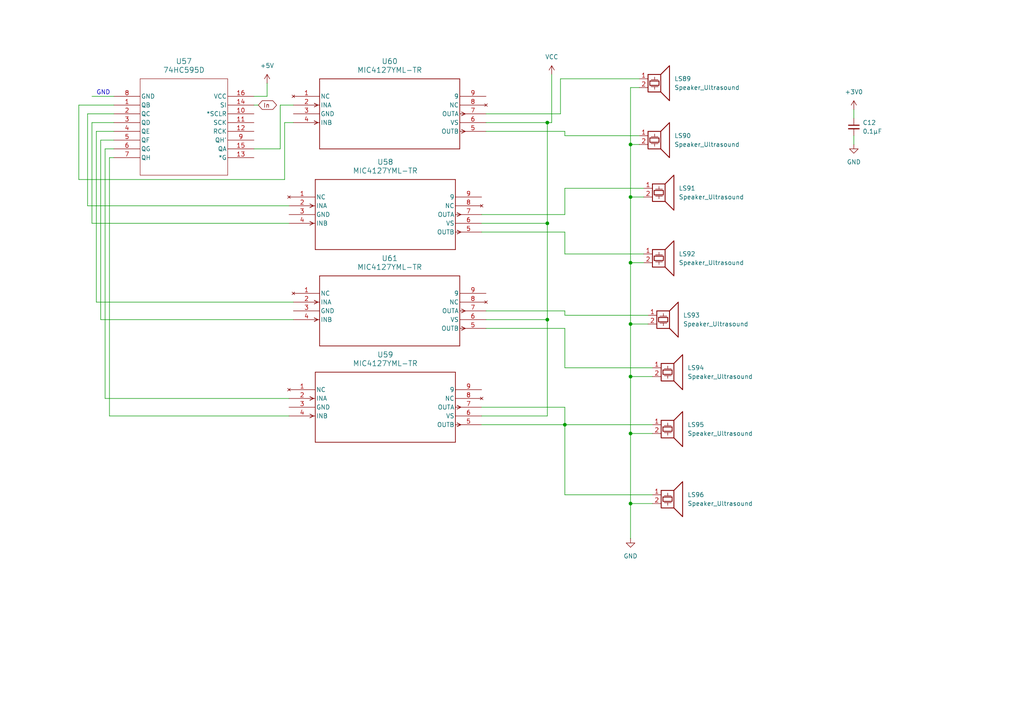
<source format=kicad_sch>
(kicad_sch (version 20250114) (generator "eeschema") (generator_version "9.0")
  (paper "A4")
  (lib_symbols
    (symbol "2025-12-28_09-02-17:MIC4127YML-TR" (pin_names (offset 0.254))
      (property "Reference" "U" (at 27.94 10.16 0))
      (property "Value" "MIC4127YML-TR" (at 27.94 7.62 0))
      (symbol "MIC4127YML-TR_0_1"
        (polyline (pts (xy 7.0993 -2.54) (xy 6.0579 -2.0193)) (stroke (width 0.2032)))
        (polyline (pts (xy 7.0993 -2.54) (xy 6.0579 -3.0607)) (stroke (width 0.2032)))
        (polyline (pts (xy 7.0993 -7.62) (xy 6.0579 -7.0993)) (stroke (width 0.2032)))
        (polyline (pts (xy 7.0993 -7.62) (xy 6.0579 -8.1407)) (stroke (width 0.2032)))
        (polyline (pts (xy 7.62 5.08) (xy 7.62 -15.24)) (stroke (width 0.2032)))
        (polyline (pts (xy 7.62 -15.24) (xy 48.26 -15.24)) (stroke (width 0.2032)))
        (polyline (pts (xy 48.26 5.08) (xy 7.62 5.08)) (stroke (width 0.2032)))
        (polyline (pts (xy 48.26 -15.24) (xy 48.26 5.08)) (stroke (width 0.2032)))
        (polyline (pts (xy 48.7807 -4.5593) (xy 49.8221 -5.08)) (stroke (width 0.2032)))
        (polyline (pts (xy 48.7807 -5.6007) (xy 49.8221 -5.08)) (stroke (width 0.2032)))
        (polyline (pts (xy 48.7807 -9.6393) (xy 49.8221 -10.16)) (stroke (width 0.2032)))
        (polyline (pts (xy 48.7807 -10.6807) (xy 49.8221 -10.16)) (stroke (width 0.2032)))
        (pin no_connect line (at 0 0 0) (length 7.62) (name "NC") (number "1"))
        (pin input line (at 0 -2.54 0) (length 7.62) (name "INA") (number "2"))
        (pin power_in line (at 0 -5.08 0) (length 7.62) (name "GND") (number "3"))
        (pin input line (at 0 -7.62 0) (length 7.62) (name "INB") (number "4"))
        (pin unspecified line (at 55.88 0 180) (length 7.62) (name "9") (number "9"))
        (pin no_connect line (at 55.88 -2.54 180) (length 7.62) (name "NC") (number "8"))
        (pin output line (at 55.88 -5.08 180) (length 7.62) (name "OUTA") (number "7"))
        (pin power_in line (at 55.88 -7.62 180) (length 7.62) (name "VS") (number "6"))
        (pin output line (at 55.88 -10.16 180) (length 7.62) (name "OUTB") (number "5"))
      )
    )
    (symbol "2025-12-28_09-22-42:74HC595D" (pin_names (offset 0.254))
      (property "Reference" "U" (at 20.32 10.16 0))
      (property "Value" "74HC595D" (at 20.32 7.62 0))
      (symbol "74HC595D_0_1"
        (polyline (pts (xy 7.62 5.08) (xy 7.62 -22.86)) (stroke (width 0.127)))
        (polyline (pts (xy 7.62 -22.86) (xy 33.02 -22.86)) (stroke (width 0.127)))
        (polyline (pts (xy 33.02 5.08) (xy 7.62 5.08)) (stroke (width 0.127)))
        (polyline (pts (xy 33.02 -22.86) (xy 33.02 5.08)) (stroke (width 0.127)))
        (pin power_out line (at 0 0 0) (length 7.62) (name "GND") (number "8"))
        (pin output line (at 0 -2.54 0) (length 7.62) (name "QB") (number "1"))
        (pin output line (at 0 -5.08 0) (length 7.62) (name "QC") (number "2"))
        (pin output line (at 0 -7.62 0) (length 7.62) (name "QD") (number "3"))
        (pin output line (at 0 -10.16 0) (length 7.62) (name "QE") (number "4"))
        (pin output line (at 0 -12.7 0) (length 7.62) (name "QF") (number "5"))
        (pin output line (at 0 -15.24 0) (length 7.62) (name "QG") (number "6"))
        (pin output line (at 0 -17.78 0) (length 7.62) (name "QH") (number "7"))
        (pin power_in line (at 40.64 0 180) (length 7.62) (name "VCC") (number "16"))
        (pin input line (at 40.64 -2.54 180) (length 7.62) (name "SI") (number "14"))
        (pin input line (at 40.64 -5.08 180) (length 7.62) (name "*SCLR") (number "10"))
        (pin input line (at 40.64 -7.62 180) (length 7.62) (name "SCK") (number "11"))
        (pin input line (at 40.64 -10.16 180) (length 7.62) (name "RCK") (number "12"))
        (pin output line (at 40.64 -12.7 180) (length 7.62) (name "QH'") (number "9"))
        (pin output line (at 40.64 -15.24 180) (length 7.62) (name "QA") (number "15"))
        (pin input line (at 40.64 -17.78 180) (length 7.62) (name "*G") (number "13"))
      )
    )
    (symbol "Device:C_Small" (pin_numbers (hide yes)) (pin_names (offset 0.254) (hide yes))
      (property "Reference" "C" (at 0.254 1.778 0))
      (property "Value" "C_Small" (at 0.254 -2.032 0))
      (symbol "C_Small_0_1"
        (polyline (pts (xy -1.524 0.508) (xy 1.524 0.508)) (stroke (width 0.3048)))
        (polyline (pts (xy -1.524 -0.508) (xy 1.524 -0.508)) (stroke (width 0.3302)))
      )
      (symbol "C_Small_1_1"
        (pin passive line (at 0 2.54 270) (length 2.032) (name "~") (number "1"))
        (pin passive line (at 0 -2.54 90) (length 2.032) (name "~") (number "2"))
      )
    )
    (symbol "Device:Speaker_Ultrasound" (pin_names (offset 0) (hide yes))
      (property "Reference" "LS" (at 0.635 5.715 0))
      (property "Value" "Speaker_Ultrasound" (at 0.635 3.81 0))
      (symbol "Speaker_Ultrasound_0_0"
        (rectangle (start -2.54 1.27) (end 1.143 -3.81) (stroke (width 0.254)))
        (rectangle (start -2.032 -0.635) (end 0.635 -1.905) (stroke (width 0.254)))
        (polyline (pts (xy -1.651 -0.254) (xy 0.381 -0.254)))
        (polyline (pts (xy -1.651 -2.286) (xy 0.381 -2.286)))
        (polyline (pts (xy -0.635 -0.254) (xy -0.635 0.508)))
        (polyline (pts (xy -0.635 -2.286) (xy -0.635 -3.048)))
        (polyline (pts (xy 1.143 1.27) (xy 3.683 3.81) (xy 3.683 -6.35) (xy 1.143 -3.81)) (stroke (width 0.254)))
      )
      (symbol "Speaker_Ultrasound_1_1"
        (pin input line (at -5.08 0 0) (length 2.54) (name "1") (number "1"))
        (pin input line (at -5.08 -2.54 0) (length 2.54) (name "2") (number "2"))
      )
    )
    (symbol "power:+3V0" (power) (pin_numbers (hide yes)) (pin_names (offset 0) (hide yes))
      (property "Value" "+3V0" (at 0 3.556 0))
      (symbol "+3V0_0_1"
        (polyline (pts (xy -0.762 1.27) (xy 0 2.54)))
        (polyline (pts (xy 0 2.54) (xy 0.762 1.27)))
        (polyline (pts (xy 0 0) (xy 0 2.54)))
      )
      (symbol "+3V0_1_1"
        (pin power_in line (at 0 0 90) (length 0) (name "~") (number "1"))
      )
    )
    (symbol "power:+5V" (power) (pin_numbers (hide yes)) (pin_names (offset 0) (hide yes))
      (property "Value" "+5V" (at 0 3.556 0))
      (symbol "+5V_0_1"
        (polyline (pts (xy -0.762 1.27) (xy 0 2.54)))
        (polyline (pts (xy 0 2.54) (xy 0.762 1.27)))
        (polyline (pts (xy 0 0) (xy 0 2.54)))
      )
      (symbol "+5V_1_1"
        (pin power_in line (at 0 0 90) (length 0) (name "~") (number "1"))
      )
    )
    (symbol "power:GND" (power) (pin_numbers (hide yes)) (pin_names (offset 0) (hide yes))
      (property "Value" "GND" (at 0 -3.81 0))
      (symbol "GND_0_1"
        (polyline (pts (xy 0 0) (xy 0 -1.27) (xy 1.27 -1.27) (xy 0 -2.54) (xy -1.27 -1.27) (xy 0 -1.27)))
      )
      (symbol "GND_1_1"
        (pin power_in line (at 0 0 270) (length 0) (name "~") (number "1"))
      )
    )
    (symbol "power:VCC" (power) (pin_numbers (hide yes)) (pin_names (offset 0) (hide yes))
      (property "Value" "VCC" (at 0 3.556 0))
      (symbol "VCC_0_1"
        (polyline (pts (xy -0.762 1.27) (xy 0 2.54)))
        (polyline (pts (xy 0 2.54) (xy 0.762 1.27)))
        (polyline (pts (xy 0 0) (xy 0 2.54)))
      )
      (symbol "VCC_1_1"
        (pin power_in line (at 0 0 90) (length 0) (name "~") (number "1"))
      )
    )
  )
  (text "GND" (at 29.972 26.924 0) (effects (font (size 1.27 1.27))))
  (junction (at 158.75 92.71))
  (junction (at 158.75 64.77))
  (junction (at 158.75 35.56))
  (junction (at 182.88 146.05))
  (junction (at 182.88 93.98))
  (junction (at 182.88 76.2))
  (junction (at 182.88 109.22))
  (junction (at 163.83 123.19))
  (junction (at 182.88 125.73))
  (junction (at 182.88 41.91))
  (junction (at 182.88 57.15))
  (wire (pts (xy 163.83 67.31) (xy 163.83 73.66)))
  (wire (pts (xy 30.48 115.57) (xy 83.82 115.57)))
  (wire (pts (xy 25.4 33.02) (xy 25.4 59.69)))
  (wire (pts (xy 27.94 87.63) (xy 85.09 87.63)))
  (wire (pts (xy 182.88 125.73) (xy 189.23 125.73)))
  (wire (pts (xy 140.97 35.56) (xy 158.75 35.56)))
  (wire (pts (xy 163.83 38.1) (xy 163.83 39.37)))
  (wire (pts (xy 73.66 27.94) (xy 77.47 27.94)))
  (wire (pts (xy 139.7 64.77) (xy 158.75 64.77)))
  (wire (pts (xy 182.88 25.4) (xy 182.88 41.91)))
  (wire (pts (xy 139.7 120.65) (xy 158.75 120.65)))
  (wire (pts (xy 182.88 41.91) (xy 185.42 41.91)))
  (wire (pts (xy 29.21 40.64) (xy 29.21 92.71)))
  (wire (pts (xy 140.97 38.1) (xy 163.83 38.1)))
  (wire (pts (xy 139.7 123.19) (xy 163.83 123.19)))
  (wire (pts (xy 163.83 123.19) (xy 189.23 123.19)))
  (wire (pts (xy 247.65 31.75) (xy 247.65 34.29)))
  (wire (pts (xy 163.83 54.61) (xy 186.69 54.61)))
  (wire (pts (xy 163.83 91.44) (xy 187.96 91.44)))
  (wire (pts (xy 163.83 62.23) (xy 163.83 54.61)))
  (wire (pts (xy 158.75 35.56) (xy 160.02 35.56)))
  (wire (pts (xy 182.88 76.2) (xy 186.69 76.2)))
  (wire (pts (xy 163.83 123.19) (xy 163.83 143.51)))
  (wire (pts (xy 163.83 39.37) (xy 185.42 39.37)))
  (wire (pts (xy 140.97 33.02) (xy 162.56 33.02)))
  (wire (pts (xy 182.88 125.73) (xy 182.88 146.05)))
  (wire (pts (xy 182.88 93.98) (xy 187.96 93.98)))
  (wire (pts (xy 26.67 27.94) (xy 33.02 27.94)))
  (wire (pts (xy 182.88 41.91) (xy 182.88 57.15)))
  (wire (pts (xy 22.86 30.48) (xy 22.86 52.07)))
  (wire (pts (xy 73.66 43.18) (xy 81.28 43.18)))
  (wire (pts (xy 185.42 25.4) (xy 182.88 25.4)))
  (wire (pts (xy 182.88 109.22) (xy 189.23 109.22)))
  (wire (pts (xy 158.75 92.71) (xy 158.75 120.65)))
  (wire (pts (xy 140.97 95.25) (xy 163.83 95.25)))
  (wire (pts (xy 26.67 35.56) (xy 26.67 64.77)))
  (wire (pts (xy 31.75 120.65) (xy 83.82 120.65)))
  (wire (pts (xy 182.88 93.98) (xy 182.88 109.22)))
  (wire (pts (xy 33.02 40.64) (xy 29.21 40.64)))
  (wire (pts (xy 33.02 43.18) (xy 30.48 43.18)))
  (wire (pts (xy 163.83 90.17) (xy 163.83 91.44)))
  (wire (pts (xy 25.4 59.69) (xy 83.82 59.69)))
  (wire (pts (xy 182.88 57.15) (xy 186.69 57.15)))
  (wire (pts (xy 182.88 57.15) (xy 182.88 76.2)))
  (wire (pts (xy 27.94 38.1) (xy 27.94 87.63)))
  (wire (pts (xy 182.88 109.22) (xy 182.88 125.73)))
  (wire (pts (xy 160.02 21.59) (xy 160.02 35.56)))
  (wire (pts (xy 162.56 33.02) (xy 162.56 22.86)))
  (wire (pts (xy 31.75 45.72) (xy 31.75 120.65)))
  (wire (pts (xy 29.21 92.71) (xy 85.09 92.71)))
  (wire (pts (xy 22.86 52.07) (xy 82.55 52.07)))
  (wire (pts (xy 81.28 30.48) (xy 85.09 30.48)))
  (wire (pts (xy 247.65 39.37) (xy 247.65 41.91)))
  (wire (pts (xy 33.02 45.72) (xy 31.75 45.72)))
  (wire (pts (xy 163.83 73.66) (xy 186.69 73.66)))
  (wire (pts (xy 163.83 118.11) (xy 163.83 123.19)))
  (wire (pts (xy 158.75 35.56) (xy 158.75 64.77)))
  (wire (pts (xy 77.47 24.13) (xy 77.47 27.94)))
  (wire (pts (xy 33.02 35.56) (xy 26.67 35.56)))
  (wire (pts (xy 162.56 22.86) (xy 185.42 22.86)))
  (wire (pts (xy 189.23 146.05) (xy 182.88 146.05)))
  (wire (pts (xy 73.66 30.48) (xy 74.93 30.48)))
  (wire (pts (xy 163.83 95.25) (xy 163.83 106.68)))
  (wire (pts (xy 140.97 92.71) (xy 158.75 92.71)))
  (wire (pts (xy 81.28 43.18) (xy 81.28 30.48)))
  (wire (pts (xy 158.75 64.77) (xy 158.75 92.71)))
  (wire (pts (xy 182.88 146.05) (xy 182.88 156.21)))
  (wire (pts (xy 139.7 62.23) (xy 163.83 62.23)))
  (wire (pts (xy 26.67 64.77) (xy 83.82 64.77)))
  (wire (pts (xy 139.7 118.11) (xy 163.83 118.11)))
  (wire (pts (xy 163.83 143.51) (xy 189.23 143.51)))
  (wire (pts (xy 182.88 76.2) (xy 182.88 93.98)))
  (wire (pts (xy 33.02 38.1) (xy 27.94 38.1)))
  (wire (pts (xy 139.7 67.31) (xy 163.83 67.31)))
  (wire (pts (xy 82.55 35.56) (xy 85.09 35.56)))
  (wire (pts (xy 140.97 90.17) (xy 163.83 90.17)))
  (wire (pts (xy 82.55 52.07) (xy 82.55 35.56)))
  (wire (pts (xy 33.02 30.48) (xy 22.86 30.48)))
  (wire (pts (xy 163.83 106.68) (xy 189.23 106.68)))
  (wire (pts (xy 33.02 33.02) (xy 25.4 33.02)))
  (wire (pts (xy 30.48 43.18) (xy 30.48 115.57)))
  (global_label "In" (shape bidirectional) (at 74.93 30.48 0) (property "Intersheetrefs" "${INTERSHEET_REFS}" (effects (hide yes))))
  (symbol (lib_id "2025-12-28_09-02-17:MIC4127YML-TR") (at 83.82 57.15 0) (unit 1)
    (property "Reference" "U58" (at 111.76 46.99 0) (effects (font (size 1.524 1.524))))
    (property "Value" "MIC4127YML-TR" (at 111.76 49.53 0) (effects (font (size 1.524 1.524))))
    (property "Footprint" "MLF-8_ML_MCH" (effects (hide yes)))
    (property "Datasheet" "MIC4127YML-TR" (effects (hide yes)))
  )
  (symbol (lib_id "Device:Speaker_Ultrasound") (at 191.77 54.61 0) (unit 1)
    (property "Reference" "LS91" (at 196.85 54.6099 0) (effects (justify left)))
    (property "Value" "Speaker_Ultrasound" (at 196.85 57.1499 0) (effects (justify left)))
    (property "Description" "Ultrasonic transducer" (effects (hide yes)))
  )
  (symbol (lib_id "2025-12-28_09-02-17:MIC4127YML-TR") (at 83.82 113.03 0) (unit 1)
    (property "Reference" "U59" (at 111.76 102.87 0) (effects (font (size 1.524 1.524))))
    (property "Value" "MIC4127YML-TR" (at 111.76 105.41 0) (effects (font (size 1.524 1.524))))
    (property "Footprint" "MLF-8_ML_MCH" (effects (hide yes)))
    (property "Datasheet" "MIC4127YML-TR" (effects (hide yes)))
  )
  (symbol (lib_id "power:GND") (at 182.88 156.21 0) (unit 1)
    (property "Reference" "#PWR058" (effects (hide yes)))
    (property "Value" "GND" (at 182.88 161.29 0))
    (property "Description" "Power symbol creates a global label with name \"GND\" , ground" (effects (hide yes)))
  )
  (symbol (lib_id "Device:Speaker_Ultrasound") (at 194.31 106.68 0) (unit 1)
    (property "Reference" "LS94" (at 199.39 106.6799 0) (effects (justify left)))
    (property "Value" "Speaker_Ultrasound" (at 199.39 109.2199 0) (effects (justify left)))
    (property "Description" "Ultrasonic transducer" (effects (hide yes)))
  )
  (symbol (lib_id "power:VCC") (at 160.02 21.59 0) (unit 1)
    (property "Reference" "#PWR057" (effects (hide yes)))
    (property "Value" "VCC" (at 160.02 16.51 0))
    (property "Description" "Power symbol creates a global label with name \"VCC\"" (effects (hide yes)))
  )
  (symbol (lib_id "Device:Speaker_Ultrasound") (at 193.04 91.44 0) (unit 1)
    (property "Reference" "LS93" (at 198.12 91.4399 0) (effects (justify left)))
    (property "Value" "Speaker_Ultrasound" (at 198.12 93.9799 0) (effects (justify left)))
    (property "Description" "Ultrasonic transducer" (effects (hide yes)))
  )
  (symbol (lib_id "power:GND") (at 247.65 41.91 0) (unit 1)
    (property "Reference" "#PWR060" (effects (hide yes)))
    (property "Value" "GND" (at 247.65 46.99 0))
    (property "Description" "Power symbol creates a global label with name \"GND\" , ground" (effects (hide yes)))
  )
  (symbol (lib_id "power:+3V0") (at 247.65 31.75 0) (unit 1)
    (property "Reference" "#PWR059" (effects (hide yes)))
    (property "Value" "+3V0" (at 247.65 26.67 0))
    (property "Description" "Power symbol creates a global label with name \"+3V0\"" (effects (hide yes)))
  )
  (symbol (lib_id "Device:C_Small") (at 247.65 36.83 0) (unit 1)
    (property "Reference" "C12" (at 250.19 35.5662 0) (effects (justify left)))
    (property "Value" "0.1μF" (at 250.19 38.1062 0) (effects (justify left)))
    (property "Description" "Unpolarized capacitor, small symbol" (effects (hide yes)))
  )
  (symbol (lib_id "2025-12-28_09-22-42:74HC595D") (at 33.02 27.94 0) (unit 1)
    (property "Reference" "U57" (at 53.34 17.78 0) (effects (font (size 1.524 1.524))))
    (property "Value" "74HC595D" (at 53.34 20.32 0) (effects (font (size 1.524 1.524))))
    (property "Footprint" "SOIC16_TOS" (effects (hide yes)))
    (property "Datasheet" "https://toshiba.semicon-storage.com/info/docget.jsp?did=36768&prodName=74HC595D" (effects (hide yes)))
  )
  (symbol (lib_id "Device:Speaker_Ultrasound") (at 190.5 22.86 0) (unit 1)
    (property "Reference" "LS89" (at 195.58 22.8599 0) (effects (justify left)))
    (property "Value" "Speaker_Ultrasound" (at 195.58 25.3999 0) (effects (justify left)))
    (property "Description" "Ultrasonic transducer" (effects (hide yes)))
  )
  (symbol (lib_id "Device:Speaker_Ultrasound") (at 194.31 123.19 0) (unit 1)
    (property "Reference" "LS95" (at 199.39 123.1899 0) (effects (justify left)))
    (property "Value" "Speaker_Ultrasound" (at 199.39 125.7299 0) (effects (justify left)))
    (property "Description" "Ultrasonic transducer" (effects (hide yes)))
  )
  (symbol (lib_id "Device:Speaker_Ultrasound") (at 191.77 73.66 0) (unit 1)
    (property "Reference" "LS92" (at 196.85 73.6599 0) (effects (justify left)))
    (property "Value" "Speaker_Ultrasound" (at 196.85 76.1999 0) (effects (justify left)))
    (property "Description" "Ultrasonic transducer" (effects (hide yes)))
  )
  (symbol (lib_id "2025-12-28_09-02-17:MIC4127YML-TR") (at 85.09 27.94 0) (unit 1)
    (property "Reference" "U60" (at 113.03 17.78 0) (effects (font (size 1.524 1.524))))
    (property "Value" "MIC4127YML-TR" (at 113.03 20.32 0) (effects (font (size 1.524 1.524))))
    (property "Footprint" "MLF-8_ML_MCH" (effects (hide yes)))
    (property "Datasheet" "MIC4127YML-TR" (effects (hide yes)))
  )
  (symbol (lib_id "power:+5V") (at 77.47 24.13 0) (unit 1)
    (property "Reference" "#PWR056" (effects (hide yes)))
    (property "Value" "+5V" (at 77.47 19.05 0))
    (property "Description" "Power symbol creates a global label with name \"+5V\"" (effects (hide yes)))
  )
  (symbol (lib_id "Device:Speaker_Ultrasound") (at 194.31 143.51 0) (unit 1)
    (property "Reference" "LS96" (at 199.39 143.5099 0) (effects (justify left)))
    (property "Value" "Speaker_Ultrasound" (at 199.39 146.0499 0) (effects (justify left)))
    (property "Description" "Ultrasonic transducer" (effects (hide yes)))
  )
  (symbol (lib_id "2025-12-28_09-02-17:MIC4127YML-TR") (at 85.09 85.09 0) (unit 1)
    (property "Reference" "U61" (at 113.03 74.93 0) (effects (font (size 1.524 1.524))))
    (property "Value" "MIC4127YML-TR" (at 113.03 77.47 0) (effects (font (size 1.524 1.524))))
    (property "Footprint" "MLF-8_ML_MCH" (effects (hide yes)))
    (property "Datasheet" "MIC4127YML-TR" (effects (hide yes)))
  )
  (symbol (lib_id "Device:Speaker_Ultrasound") (at 190.5 39.37 0) (unit 1)
    (property "Reference" "LS90" (at 195.58 39.3699 0) (effects (justify left)))
    (property "Value" "Speaker_Ultrasound" (at 195.58 41.9099 0) (effects (justify left)))
    (property "Description" "Ultrasonic transducer" (effects (hide yes)))
  )
)
</source>
